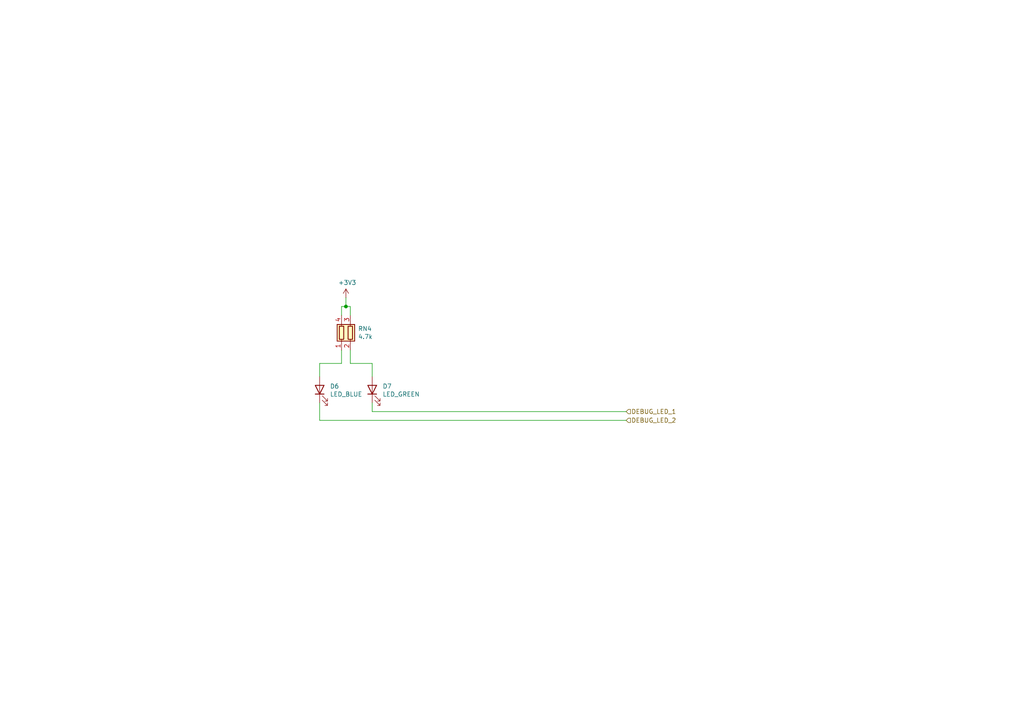
<source format=kicad_sch>
(kicad_sch (version 20230121) (generator eeschema)
  (paper "A4")
  (title_block (date "2024-07-22") (rev "1.3") (comment 1 "Design by: Matt Casari") (comment 2 "Updated by Joseph Kurina"))
  (lib_symbols
    (symbol "Device:LED" (pin_numbers hide) (pin_names (offset 1.016) hide)
      (property "Reference" "D" (at 0 2.54 0))
      (property "Value" "LED" (at 0 -2.54 0))
      (symbol "LED_0_1"
        (polyline (pts (xy -1.27 -1.27) (xy -1.27 1.27)) (stroke (width 0.254)))
        (polyline (pts (xy -1.27 0) (xy 1.27 0)))
        (polyline (pts (xy 1.27 -1.27) (xy 1.27 1.27) (xy -1.27 0) (xy 1.27 -1.27)) (stroke (width 0.254)))
        (polyline (pts (xy -3.048 -0.762) (xy -4.572 -2.286) (xy -3.81 -2.286) (xy -4.572 -2.286) (xy -4.572 -1.524)))
        (polyline (pts (xy -1.778 -0.762) (xy -3.302 -2.286) (xy -2.54 -2.286) (xy -3.302 -2.286) (xy -3.302 -1.524)))
      )
      (symbol "LED_1_1"
        (pin passive line (at -3.81 0 0) (length 2.54) (name "K") (number "1"))
        (pin passive line (at 3.81 0 180) (length 2.54) (name "A") (number "2"))
      )
    )
    (symbol "Device:R_Pack02" (pin_names (offset 0) hide)
      (property "Reference" "RN" (at -5.08 0 90))
      (property "Value" "R_Pack02" (at 2.54 0 90))
      (symbol "R_Pack02_0_1"
        (rectangle (start -3.81 -2.413) (end 1.27 2.413) (stroke (width 0.254)) (fill (type background)))
        (rectangle (start -3.175 1.905) (end -1.905 -1.905) (stroke (width 0.254)))
        (rectangle (start -0.635 1.905) (end 0.635 -1.905) (stroke (width 0.254)))
        (polyline (pts (xy -2.54 -2.54) (xy -2.54 -1.905)))
        (polyline (pts (xy -2.54 1.905) (xy -2.54 2.54)))
        (polyline (pts (xy 0 -2.54) (xy 0 -1.905)))
        (polyline (pts (xy 0 1.905) (xy 0 2.54)))
      )
      (symbol "R_Pack02_1_1"
        (pin passive line (at -2.54 -5.08 90) (length 2.54) (name "R1.1") (number "1"))
        (pin passive line (at 0 -5.08 90) (length 2.54) (name "R2.1") (number "2"))
        (pin passive line (at 0 5.08 270) (length 2.54) (name "R2.2") (number "3"))
        (pin passive line (at -2.54 5.08 270) (length 2.54) (name "R1.2") (number "4"))
      )
    )
    (symbol "power:+3V3" (power) (pin_names (offset 0))
      (property "Value" "+3V3" (at 0 3.556 0))
      (symbol "+3V3_0_1"
        (polyline (pts (xy -0.762 1.27) (xy 0 2.54)))
        (polyline (pts (xy 0 0) (xy 0 2.54)))
        (polyline (pts (xy 0 2.54) (xy 0.762 1.27)))
      )
      (symbol "+3V3_1_1"
        (pin power_in line (at 0 0 90) (length 0) hide (name "+3V3") (number "1"))
      )
    )
  )
  (junction (at 100.33 88.9))
  (wire (pts (xy 92.71 121.92) (xy 181.61 121.92)))
  (wire (pts (xy 99.06 105.41) (xy 99.06 101.6)))
  (wire (pts (xy 107.95 119.38) (xy 107.95 116.84)))
  (wire (pts (xy 100.33 88.9) (xy 99.06 88.9)))
  (wire (pts (xy 107.95 119.38) (xy 181.61 119.38)))
  (wire (pts (xy 107.95 105.41) (xy 101.6 105.41)))
  (wire (pts (xy 92.71 109.22) (xy 92.71 105.41)))
  (wire (pts (xy 100.33 86.36) (xy 100.33 88.9)))
  (wire (pts (xy 99.06 88.9) (xy 99.06 91.44)))
  (wire (pts (xy 101.6 105.41) (xy 101.6 101.6)))
  (wire (pts (xy 92.71 105.41) (xy 99.06 105.41)))
  (wire (pts (xy 101.6 88.9) (xy 101.6 91.44)))
  (wire (pts (xy 107.95 109.22) (xy 107.95 105.41)))
  (wire (pts (xy 92.71 116.84) (xy 92.71 121.92)))
  (wire (pts (xy 101.6 88.9) (xy 100.33 88.9)))
  (hierarchical_label "DEBUG_LED_2" (shape input) (at 181.61 121.92 0))
  (hierarchical_label "DEBUG_LED_1" (shape input) (at 181.61 119.38 0))
  (symbol (lib_id "Device:LED") (at 92.71 113.03 90) (unit 1)
    (property "Reference" "D6" (at 95.6818 112.0394 90) (effects (justify right)))
    (property "Value" "LED_BLUE" (at 95.6818 114.3508 90) (effects (justify right)))
    (property "Footprint" "LED_SMD:LED_0805_2012Metric" (effects hide))
    (property "MPN" "APT2012LVBC/D" (effects hide))
  )
  (symbol (lib_id "Device:LED") (at 107.95 113.03 90) (unit 1)
    (property "Reference" "D7" (at 110.9472 112.0394 90) (effects (justify right)))
    (property "Value" "LED_GREEN" (at 110.9472 114.3508 90) (effects (justify right)))
    (property "Footprint" "LED_SMD:LED_0805_2012Metric" (effects hide))
    (property "MPN" "APT2012SGC" (effects hide))
  )
  (symbol (lib_id "Device:R_Pack02") (at 101.6 96.52 0) (unit 1)
    (property "Reference" "RN4" (at 103.8352 95.3516 0) (effects (justify left)))
    (property "Value" "4.7k" (at 103.8352 97.663 0) (effects (justify left)))
    (property "Footprint" "Resistor_SMD:R_Array_Concave_2x0603" (effects hide))
    (property "MPN" "EXB-V4V472JV" (effects hide))
  )
  (symbol (lib_id "power:+3V3") (at 100.33 86.36 0) (unit 1)
    (property "Reference" "#PWR063" (effects hide))
    (property "Value" "+3V3" (at 100.711 81.9658 0))
  )
)
</source>
